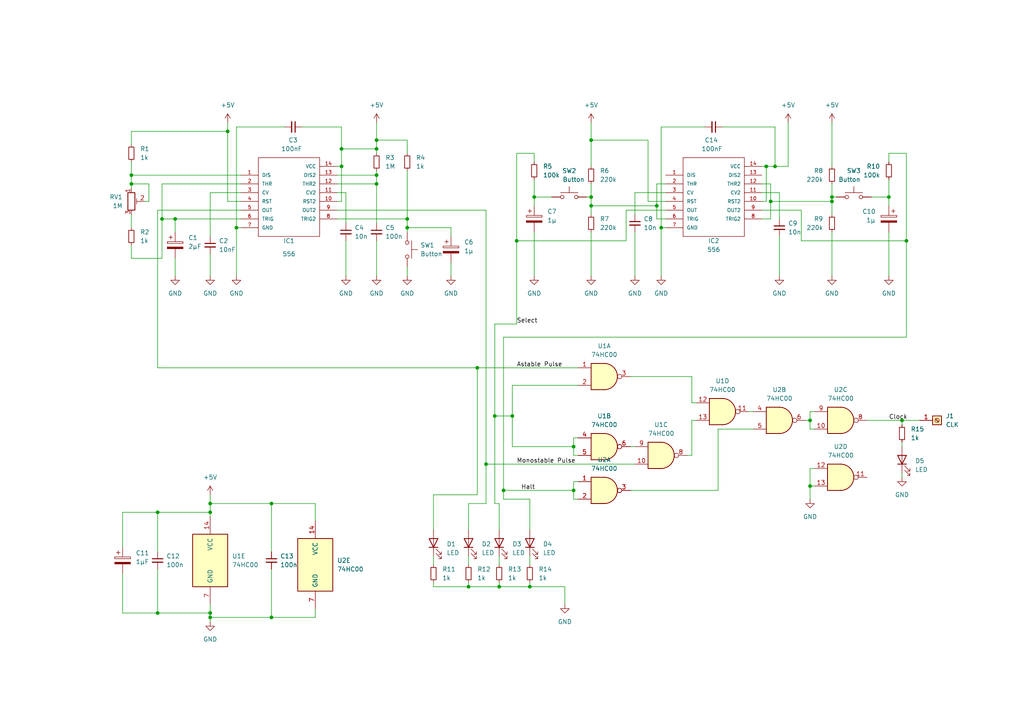
<source format=kicad_sch>
(kicad_sch (version 20211123) (generator eeschema)
  (paper "A4")
  (lib_symbols
    (symbol "74xx:74HC00" (pin_names (offset 1.016))
      (property "Reference" "U" (at 0 1.27 0))
      (property "Value" "74HC00" (at 0 -1.27 0))
      (symbol "74HC00_1_1"
        (arc (start 0 -3.81) (mid 3.81 0) (end 0 3.81) (stroke (width 0.254)) (fill (type background)))
        (polyline (pts (xy 0 3.81) (xy -3.81 3.81) (xy -3.81 -3.81) (xy 0 -3.81)) (stroke (width 0.254)) (fill (type background)))
        (pin input line (at -7.62 2.54 0) (length 3.81) (name "~") (number "1"))
        (pin input line (at -7.62 -2.54 0) (length 3.81) (name "~") (number "2"))
        (pin output inverted (at 7.62 0 180) (length 3.81) (name "~") (number "3"))
      )
      (symbol "74HC00_1_2"
        (arc (start -3.81 -3.81) (mid -2.589 0) (end -3.81 3.81) (stroke (width 0.254)))
        (arc (start -0.6096 -3.81) (mid 2.1842 -2.5851) (end 3.81 0) (stroke (width 0.254)) (fill (type background)))
        (polyline (pts (xy -3.81 -3.81) (xy -0.635 -3.81)) (stroke (width 0.254)) (fill (type background)))
        (polyline (pts (xy -3.81 3.81) (xy -0.635 3.81)) (stroke (width 0.254)) (fill (type background)))
        (polyline (pts (xy -0.635 3.81) (xy -3.81 3.81) (xy -3.81 3.81) (xy -3.556 3.4036) (xy -3.0226 2.2606) (xy -2.6924 1.0414) (xy -2.6162 -0.254) (xy -2.7686 -1.4986) (xy -3.175 -2.7178) (xy -3.81 -3.81) (xy -3.81 -3.81) (xy -0.635 -3.81)) (stroke (width -25.4)) (fill (type background)))
        (arc (start 3.81 0) (mid 2.1915 2.5936) (end -0.6096 3.81) (stroke (width 0.254)) (fill (type background)))
        (pin input inverted (at -7.62 2.54 0) (length 4.318) (name "~") (number "1"))
        (pin input inverted (at -7.62 -2.54 0) (length 4.318) (name "~") (number "2"))
        (pin output line (at 7.62 0 180) (length 3.81) (name "~") (number "3"))
      )
      (symbol "74HC00_2_1"
        (arc (start 0 -3.81) (mid 3.81 0) (end 0 3.81) (stroke (width 0.254)) (fill (type background)))
        (polyline (pts (xy 0 3.81) (xy -3.81 3.81) (xy -3.81 -3.81) (xy 0 -3.81)) (stroke (width 0.254)) (fill (type background)))
        (pin input line (at -7.62 2.54 0) (length 3.81) (name "~") (number "4"))
        (pin input line (at -7.62 -2.54 0) (length 3.81) (name "~") (number "5"))
        (pin output inverted (at 7.62 0 180) (length 3.81) (name "~") (number "6"))
      )
      (symbol "74HC00_2_2"
        (arc (start -3.81 -3.81) (mid -2.589 0) (end -3.81 3.81) (stroke (width 0.254)))
        (arc (start -0.6096 -3.81) (mid 2.1842 -2.5851) (end 3.81 0) (stroke (width 0.254)) (fill (type background)))
        (polyline (pts (xy -3.81 -3.81) (xy -0.635 -3.81)) (stroke (width 0.254)) (fill (type background)))
        (polyline (pts (xy -3.81 3.81) (xy -0.635 3.81)) (stroke (width 0.254)) (fill (type background)))
        (polyline (pts (xy -0.635 3.81) (xy -3.81 3.81) (xy -3.81 3.81) (xy -3.556 3.4036) (xy -3.0226 2.2606) (xy -2.6924 1.0414) (xy -2.6162 -0.254) (xy -2.7686 -1.4986) (xy -3.175 -2.7178) (xy -3.81 -3.81) (xy -3.81 -3.81) (xy -0.635 -3.81)) (stroke (width -25.4)) (fill (type background)))
        (arc (start 3.81 0) (mid 2.1915 2.5936) (end -0.6096 3.81) (stroke (width 0.254)) (fill (type background)))
        (pin input inverted (at -7.62 2.54 0) (length 4.318) (name "~") (number "4"))
        (pin input inverted (at -7.62 -2.54 0) (length 4.318) (name "~") (number "5"))
        (pin output line (at 7.62 0 180) (length 3.81) (name "~") (number "6"))
      )
      (symbol "74HC00_3_1"
        (arc (start 0 -3.81) (mid 3.81 0) (end 0 3.81) (stroke (width 0.254)) (fill (type background)))
        (polyline (pts (xy 0 3.81) (xy -3.81 3.81) (xy -3.81 -3.81) (xy 0 -3.81)) (stroke (width 0.254)) (fill (type background)))
        (pin input line (at -7.62 -2.54 0) (length 3.81) (name "~") (number "10"))
        (pin output inverted (at 7.62 0 180) (length 3.81) (name "~") (number "8"))
        (pin input line (at -7.62 2.54 0) (length 3.81) (name "~") (number "9"))
      )
      (symbol "74HC00_3_2"
        (arc (start -3.81 -3.81) (mid -2.589 0) (end -3.81 3.81) (stroke (width 0.254)))
        (arc (start -0.6096 -3.81) (mid 2.1842 -2.5851) (end 3.81 0) (stroke (width 0.254)) (fill (type background)))
        (polyline (pts (xy -3.81 -3.81) (xy -0.635 -3.81)) (stroke (width 0.254)) (fill (type background)))
        (polyline (pts (xy -3.81 3.81) (xy -0.635 3.81)) (stroke (width 0.254)) (fill (type background)))
        (polyline (pts (xy -0.635 3.81) (xy -3.81 3.81) (xy -3.81 3.81) (xy -3.556 3.4036) (xy -3.0226 2.2606) (xy -2.6924 1.0414) (xy -2.6162 -0.254) (xy -2.7686 -1.4986) (xy -3.175 -2.7178) (xy -3.81 -3.81) (xy -3.81 -3.81) (xy -0.635 -3.81)) (stroke (width -25.4)) (fill (type background)))
        (arc (start 3.81 0) (mid 2.1915 2.5936) (end -0.6096 3.81) (stroke (width 0.254)) (fill (type background)))
        (pin input inverted (at -7.62 -2.54 0) (length 4.318) (name "~") (number "10"))
        (pin output line (at 7.62 0 180) (length 3.81) (name "~") (number "8"))
        (pin input inverted (at -7.62 2.54 0) (length 4.318) (name "~") (number "9"))
      )
      (symbol "74HC00_4_1"
        (arc (start 0 -3.81) (mid 3.81 0) (end 0 3.81) (stroke (width 0.254)) (fill (type background)))
        (polyline (pts (xy 0 3.81) (xy -3.81 3.81) (xy -3.81 -3.81) (xy 0 -3.81)) (stroke (width 0.254)) (fill (type background)))
        (pin output inverted (at 7.62 0 180) (length 3.81) (name "~") (number "11"))
        (pin input line (at -7.62 2.54 0) (length 3.81) (name "~") (number "12"))
        (pin input line (at -7.62 -2.54 0) (length 3.81) (name "~") (number "13"))
      )
      (symbol "74HC00_4_2"
        (arc (start -3.81 -3.81) (mid -2.589 0) (end -3.81 3.81) (stroke (width 0.254)))
        (arc (start -0.6096 -3.81) (mid 2.1842 -2.5851) (end 3.81 0) (stroke (width 0.254)) (fill (type background)))
        (polyline (pts (xy -3.81 -3.81) (xy -0.635 -3.81)) (stroke (width 0.254)) (fill (type background)))
        (polyline (pts (xy -3.81 3.81) (xy -0.635 3.81)) (stroke (width 0.254)) (fill (type background)))
        (polyline (pts (xy -0.635 3.81) (xy -3.81 3.81) (xy -3.81 3.81) (xy -3.556 3.4036) (xy -3.0226 2.2606) (xy -2.6924 1.0414) (xy -2.6162 -0.254) (xy -2.7686 -1.4986) (xy -3.175 -2.7178) (xy -3.81 -3.81) (xy -3.81 -3.81) (xy -0.635 -3.81)) (stroke (width -25.4)) (fill (type background)))
        (arc (start 3.81 0) (mid 2.1915 2.5936) (end -0.6096 3.81) (stroke (width 0.254)) (fill (type background)))
        (pin output line (at 7.62 0 180) (length 3.81) (name "~") (number "11"))
        (pin input inverted (at -7.62 2.54 0) (length 4.318) (name "~") (number "12"))
        (pin input inverted (at -7.62 -2.54 0) (length 4.318) (name "~") (number "13"))
      )
      (symbol "74HC00_5_0"
        (pin power_in line (at 0 12.7 270) (length 5.08) (name "VCC") (number "14"))
        (pin power_in line (at 0 -12.7 90) (length 5.08) (name "GND") (number "7"))
      )
      (symbol "74HC00_5_1"
        (rectangle (start -5.08 7.62) (end 5.08 -7.62) (stroke (width 0.254)) (fill (type background)))
      )
    )
    (symbol "Connector:Screw_Terminal_01x01" (pin_names (offset 1.016) hide)
      (property "Reference" "J" (at 0 2.54 0))
      (property "Value" "Screw_Terminal_01x01" (at 0 -2.54 0))
      (symbol "Screw_Terminal_01x01_1_1"
        (rectangle (start -1.27 1.27) (end 1.27 -1.27) (stroke (width 0.254)) (fill (type background)))
        (polyline (pts (xy -0.5334 0.3302) (xy 0.3302 -0.508)) (stroke (width 0.1524)))
        (polyline (pts (xy -0.3556 0.508) (xy 0.508 -0.3302)) (stroke (width 0.1524)))
        (circle (center 0 0) (radius 0.635) (stroke (width 0.1524)))
        (pin passive line (at -5.08 0 0) (length 3.81) (name "Pin_1") (number "1"))
      )
    )
    (symbol "Device:C_Polarized" (pin_numbers hide) (pin_names (offset 0.254))
      (property "Reference" "C" (at 0.635 2.54 0))
      (property "Value" "C_Polarized" (at 0.635 -2.54 0))
      (symbol "C_Polarized_0_1"
        (rectangle (start -2.286 0.508) (end 2.286 1.016))
        (polyline (pts (xy -1.778 2.286) (xy -0.762 2.286)))
        (polyline (pts (xy -1.27 2.794) (xy -1.27 1.778)))
        (rectangle (start 2.286 -0.508) (end -2.286 -1.016) (fill (type outline)))
      )
      (symbol "C_Polarized_1_1"
        (pin passive line (at 0 3.81 270) (length 2.794) (name "~") (number "1"))
        (pin passive line (at 0 -3.81 90) (length 2.794) (name "~") (number "2"))
      )
    )
    (symbol "Device:C_Small" (pin_numbers hide) (pin_names (offset 0.254) hide)
      (property "Reference" "C" (at 0.254 1.778 0))
      (property "Value" "C_Small" (at 0.254 -2.032 0))
      (symbol "C_Small_0_1"
        (polyline (pts (xy -1.524 -0.508) (xy 1.524 -0.508)) (stroke (width 0.3302)))
        (polyline (pts (xy -1.524 0.508) (xy 1.524 0.508)) (stroke (width 0.3048)))
      )
      (symbol "C_Small_1_1"
        (pin passive line (at 0 2.54 270) (length 2.032) (name "~") (number "1"))
        (pin passive line (at 0 -2.54 90) (length 2.032) (name "~") (number "2"))
      )
    )
    (symbol "Device:LED" (pin_numbers hide) (pin_names (offset 1.016) hide)
      (property "Reference" "D" (at 0 2.54 0))
      (property "Value" "LED" (at 0 -2.54 0))
      (symbol "LED_0_1"
        (polyline (pts (xy -1.27 -1.27) (xy -1.27 1.27)) (stroke (width 0.254)))
        (polyline (pts (xy -1.27 0) (xy 1.27 0)))
        (polyline (pts (xy 1.27 -1.27) (xy 1.27 1.27) (xy -1.27 0) (xy 1.27 -1.27)) (stroke (width 0.254)))
        (polyline (pts (xy -3.048 -0.762) (xy -4.572 -2.286) (xy -3.81 -2.286) (xy -4.572 -2.286) (xy -4.572 -1.524)))
        (polyline (pts (xy -1.778 -0.762) (xy -3.302 -2.286) (xy -2.54 -2.286) (xy -3.302 -2.286) (xy -3.302 -1.524)))
      )
      (symbol "LED_1_1"
        (pin passive line (at -3.81 0 0) (length 2.54) (name "K") (number "1"))
        (pin passive line (at 3.81 0 180) (length 2.54) (name "A") (number "2"))
      )
    )
    (symbol "Device:R_Potentiometer_Trim" (pin_names (offset 1.016) hide)
      (property "Reference" "RV" (at -4.445 0 90))
      (property "Value" "R_Potentiometer_Trim" (at -2.54 0 90))
      (symbol "R_Potentiometer_Trim_0_1"
        (polyline (pts (xy 1.524 0.762) (xy 1.524 -0.762)))
        (polyline (pts (xy 2.54 0) (xy 1.524 0)))
        (rectangle (start 1.016 2.54) (end -1.016 -2.54) (stroke (width 0.254)))
      )
      (symbol "R_Potentiometer_Trim_1_1"
        (pin passive line (at 0 3.81 270) (length 1.27) (name "1") (number "1"))
        (pin passive line (at 3.81 0 180) (length 1.27) (name "2") (number "2"))
        (pin passive line (at 0 -3.81 90) (length 1.27) (name "3") (number "3"))
      )
    )
    (symbol "Device:R_Small" (pin_numbers hide) (pin_names (offset 0.254) hide)
      (property "Reference" "R" (at 0.762 0.508 0))
      (property "Value" "R_Small" (at 0.762 -1.016 0))
      (symbol "R_Small_0_1"
        (rectangle (start -0.762 1.778) (end 0.762 -1.778) (stroke (width 0.2032)))
      )
      (symbol "R_Small_1_1"
        (pin passive line (at 0 2.54 270) (length 0.762) (name "~") (number "1"))
        (pin passive line (at 0 -2.54 90) (length 0.762) (name "~") (number "2"))
      )
    )
    (symbol "SparkFun-AnalogIC:556" (pin_names (offset 1.016))
      (property "Reference" "IC" (at -6.35 10.922 0))
      (property "Value" "556" (at -7.112 -15.24 0))
      (symbol "556_1_0"
        (polyline (pts (xy -7.62 -12.7) (xy 10.16 -12.7)))
        (polyline (pts (xy -7.62 10.16) (xy -7.62 -12.7)))
        (polyline (pts (xy 10.16 -12.7) (xy 10.16 10.16)))
        (polyline (pts (xy 10.16 10.16) (xy -7.62 10.16)))
      )
      (symbol "556_1_1"
        (pin bidirectional line (at -12.7 5.08 0) (length 5.08) (name "DIS") (number "1"))
        (pin bidirectional line (at 15.24 -2.54 180) (length 5.08) (name "RST2") (number "10"))
        (pin bidirectional line (at 15.24 0 180) (length 5.08) (name "CV2") (number "11"))
        (pin bidirectional line (at 15.24 2.54 180) (length 5.08) (name "THR2") (number "12"))
        (pin bidirectional line (at 15.24 5.08 180) (length 5.08) (name "DIS2") (number "13"))
        (pin bidirectional line (at 15.24 7.62 180) (length 5.08) (name "VCC") (number "14"))
        (pin bidirectional line (at -12.7 2.54 0) (length 5.08) (name "THR") (number "2"))
        (pin bidirectional line (at -12.7 0 0) (length 5.08) (name "CV") (number "3"))
        (pin bidirectional line (at -12.7 -2.54 0) (length 5.08) (name "RST") (number "4"))
        (pin bidirectional line (at -12.7 -5.08 0) (length 5.08) (name "OUT") (number "5"))
        (pin bidirectional line (at -12.7 -7.62 0) (length 5.08) (name "TRIG") (number "6"))
        (pin bidirectional line (at -12.7 -10.16 0) (length 5.08) (name "GND") (number "7"))
        (pin bidirectional line (at 15.24 -7.62 180) (length 5.08) (name "TRIG2") (number "8"))
        (pin bidirectional line (at 15.24 -5.08 180) (length 5.08) (name "OUT2") (number "9"))
      )
    )
    (symbol "Switch:SW_Push" (pin_numbers hide) (pin_names (offset 1.016) hide)
      (property "Reference" "SW" (at 1.27 2.54 0))
      (property "Value" "SW_Push" (at 0 -1.524 0))
      (symbol "SW_Push_0_1"
        (circle (center -2.032 0) (radius 0.508))
        (polyline (pts (xy 0 1.27) (xy 0 3.048)))
        (polyline (pts (xy 2.54 1.27) (xy -2.54 1.27)))
        (circle (center 2.032 0) (radius 0.508))
        (pin passive line (at -5.08 0 0) (length 2.54) (name "1") (number "1"))
        (pin passive line (at 5.08 0 180) (length 2.54) (name "2") (number "2"))
      )
    )
    (symbol "power:+5V" (power) (pin_names (offset 0))
      (property "Value" "+5V" (at 0 3.556 0))
      (symbol "+5V_0_1"
        (polyline (pts (xy -0.762 1.27) (xy 0 2.54)))
        (polyline (pts (xy 0 0) (xy 0 2.54)))
        (polyline (pts (xy 0 2.54) (xy 0.762 1.27)))
      )
      (symbol "+5V_1_1"
        (pin power_in line (at 0 0 90) (length 0) hide (name "+5V") (number "1"))
      )
    )
    (symbol "power:GND" (power) (pin_names (offset 0))
      (property "Value" "GND" (at 0 -3.81 0))
      (symbol "GND_0_1"
        (polyline (pts (xy 0 0) (xy 0 -1.27) (xy 1.27 -1.27) (xy 0 -2.54) (xy -1.27 -1.27) (xy 0 -1.27)))
      )
      (symbol "GND_1_1"
        (pin power_in line (at 0 0 270) (length 0) hide (name "GND") (number "1"))
      )
    )
  )
  (junction (at 109.22 40.64))
  (junction (at 224.79 48.26))
  (junction (at 109.22 50.8))
  (junction (at 191.77 66.04))
  (junction (at 99.06 48.26))
  (junction (at 138.43 106.68))
  (junction (at 78.74 179.07))
  (junction (at 190.5 59.69))
  (junction (at 118.11 63.5))
  (junction (at 153.67 170.18))
  (junction (at 166.37 129.54))
  (junction (at 46.99 63.5))
  (junction (at 109.22 53.34))
  (junction (at 234.95 121.92))
  (junction (at 38.1 50.8))
  (junction (at 78.74 146.05))
  (junction (at 171.45 59.69))
  (junction (at 60.96 177.8))
  (junction (at 166.37 142.24))
  (junction (at 68.58 66.04))
  (junction (at 60.96 146.05))
  (junction (at 146.05 142.24))
  (junction (at 140.97 134.62))
  (junction (at 262.89 69.85))
  (junction (at 99.06 43.18))
  (junction (at 50.8 63.5))
  (junction (at 261.62 121.92))
  (junction (at 241.3 58.42))
  (junction (at 257.81 57.15))
  (junction (at 143.51 120.65))
  (junction (at 45.72 148.59))
  (junction (at 45.72 177.8))
  (junction (at 171.45 57.15))
  (junction (at 222.25 48.26))
  (junction (at 234.95 140.97))
  (junction (at 144.78 170.18))
  (junction (at 154.94 57.15))
  (junction (at 241.3 57.15))
  (junction (at 135.89 170.18))
  (junction (at 66.04 38.1))
  (junction (at 171.45 40.64))
  (junction (at 38.1 53.34))
  (junction (at 149.86 69.85))
  (junction (at 109.22 43.18))
  (junction (at 118.11 66.04))
  (junction (at 148.59 120.65))
  (junction (at 223.52 58.42))
  (junction (at 60.96 179.07))
  (junction (at 60.96 148.59))
  (wire (pts (xy 220.98 53.34) (xy 223.52 53.34)))
  (wire (pts (xy 224.79 48.26) (xy 224.79 36.83)))
  (wire (pts (xy 68.58 36.83) (xy 82.55 36.83)))
  (wire (pts (xy 251.46 121.92) (xy 261.62 121.92)))
  (wire (pts (xy 78.74 179.07) (xy 91.44 179.07)))
  (wire (pts (xy 224.79 36.83) (xy 209.55 36.83)))
  (wire (pts (xy 167.64 127) (xy 166.37 127)))
  (wire (pts (xy 118.11 63.5) (xy 118.11 66.04)))
  (wire (pts (xy 262.89 44.45) (xy 257.81 44.45)))
  (wire (pts (xy 35.56 148.59) (xy 35.56 158.75)))
  (wire (pts (xy 109.22 40.64) (xy 118.11 40.64)))
  (wire (pts (xy 109.22 69.85) (xy 109.22 80.01)))
  (wire (pts (xy 166.37 139.7) (xy 167.64 139.7)))
  (wire (pts (xy 97.79 48.26) (xy 99.06 48.26)))
  (wire (pts (xy 154.94 57.15) (xy 154.94 59.69)))
  (wire (pts (xy 153.67 144.78) (xy 153.67 153.67)))
  (wire (pts (xy 242.57 57.15) (xy 241.3 57.15)))
  (wire (pts (xy 166.37 129.54) (xy 166.37 132.08)))
  (wire (pts (xy 138.43 106.68) (xy 167.64 106.68)))
  (wire (pts (xy 241.3 35.56) (xy 241.3 48.26)))
  (wire (pts (xy 166.37 127) (xy 166.37 129.54)))
  (wire (pts (xy 148.59 111.76) (xy 148.59 120.65)))
  (wire (pts (xy 208.28 142.24) (xy 182.88 142.24)))
  (wire (pts (xy 153.67 168.91) (xy 153.67 170.18)))
  (wire (pts (xy 144.78 170.18) (xy 153.67 170.18)))
  (wire (pts (xy 154.94 57.15) (xy 160.02 57.15)))
  (wire (pts (xy 226.06 55.88) (xy 226.06 63.5)))
  (wire (pts (xy 241.3 57.15) (xy 241.3 58.42)))
  (wire (pts (xy 125.73 143.51) (xy 138.43 143.51)))
  (wire (pts (xy 109.22 40.64) (xy 109.22 43.18)))
  (wire (pts (xy 60.96 179.07) (xy 60.96 180.34)))
  (wire (pts (xy 144.78 146.05) (xy 144.78 153.67)))
  (wire (pts (xy 60.96 146.05) (xy 60.96 148.59)))
  (wire (pts (xy 234.95 135.89) (xy 234.95 140.97)))
  (wire (pts (xy 50.8 63.5) (xy 50.8 67.31)))
  (wire (pts (xy 97.79 53.34) (xy 109.22 53.34)))
  (wire (pts (xy 241.3 53.34) (xy 241.3 57.15)))
  (wire (pts (xy 50.8 63.5) (xy 69.85 63.5)))
  (wire (pts (xy 224.79 48.26) (xy 228.6 48.26)))
  (wire (pts (xy 109.22 35.56) (xy 109.22 40.64)))
  (wire (pts (xy 50.8 74.93) (xy 50.8 80.01)))
  (wire (pts (xy 146.05 97.79) (xy 146.05 142.24)))
  (wire (pts (xy 154.94 44.45) (xy 154.94 46.99)))
  (wire (pts (xy 135.89 146.05) (xy 135.89 153.67)))
  (wire (pts (xy 118.11 40.64) (xy 118.11 44.45)))
  (wire (pts (xy 60.96 177.8) (xy 60.96 179.07)))
  (wire (pts (xy 226.06 68.58) (xy 226.06 80.01)))
  (wire (pts (xy 181.61 60.96) (xy 181.61 69.85)))
  (wire (pts (xy 143.51 120.65) (xy 143.51 146.05)))
  (wire (pts (xy 234.95 124.46) (xy 236.22 124.46)))
  (wire (pts (xy 166.37 132.08) (xy 167.64 132.08)))
  (wire (pts (xy 38.1 53.34) (xy 43.18 53.34)))
  (wire (pts (xy 190.5 63.5) (xy 193.04 63.5)))
  (wire (pts (xy 234.95 140.97) (xy 234.95 144.78)))
  (wire (pts (xy 60.96 146.05) (xy 78.74 146.05)))
  (wire (pts (xy 171.45 57.15) (xy 171.45 59.69)))
  (wire (pts (xy 261.62 137.16) (xy 261.62 138.43)))
  (wire (pts (xy 170.18 57.15) (xy 171.45 57.15)))
  (wire (pts (xy 190.5 59.69) (xy 190.5 63.5)))
  (wire (pts (xy 208.28 124.46) (xy 208.28 142.24)))
  (wire (pts (xy 261.62 128.27) (xy 261.62 129.54)))
  (wire (pts (xy 140.97 60.96) (xy 140.97 134.62)))
  (wire (pts (xy 167.64 111.76) (xy 148.59 111.76)))
  (wire (pts (xy 97.79 50.8) (xy 109.22 50.8)))
  (wire (pts (xy 149.86 44.45) (xy 154.94 44.45)))
  (wire (pts (xy 91.44 146.05) (xy 91.44 151.13)))
  (wire (pts (xy 97.79 55.88) (xy 100.33 55.88)))
  (wire (pts (xy 60.96 73.66) (xy 60.96 80.01)))
  (wire (pts (xy 257.81 57.15) (xy 252.73 57.15)))
  (wire (pts (xy 69.85 66.04) (xy 68.58 66.04)))
  (wire (pts (xy 181.61 69.85) (xy 149.86 69.85)))
  (wire (pts (xy 118.11 66.04) (xy 118.11 67.31)))
  (wire (pts (xy 171.45 40.64) (xy 171.45 48.26)))
  (wire (pts (xy 69.85 60.96) (xy 45.72 60.96)))
  (wire (pts (xy 46.99 53.34) (xy 46.99 63.5)))
  (wire (pts (xy 109.22 43.18) (xy 109.22 44.45)))
  (wire (pts (xy 262.89 69.85) (xy 262.89 44.45)))
  (wire (pts (xy 109.22 50.8) (xy 109.22 53.34)))
  (wire (pts (xy 68.58 66.04) (xy 68.58 80.01)))
  (wire (pts (xy 45.72 148.59) (xy 35.56 148.59)))
  (wire (pts (xy 220.98 48.26) (xy 222.25 48.26)))
  (wire (pts (xy 200.66 116.84) (xy 201.93 116.84)))
  (wire (pts (xy 46.99 63.5) (xy 46.99 74.93)))
  (wire (pts (xy 60.96 148.59) (xy 60.96 149.86)))
  (wire (pts (xy 171.45 53.34) (xy 171.45 57.15)))
  (wire (pts (xy 171.45 67.31) (xy 171.45 80.01)))
  (wire (pts (xy 143.51 93.98) (xy 143.51 120.65)))
  (wire (pts (xy 184.15 55.88) (xy 193.04 55.88)))
  (wire (pts (xy 99.06 43.18) (xy 99.06 48.26)))
  (wire (pts (xy 100.33 69.85) (xy 100.33 80.01)))
  (wire (pts (xy 236.22 135.89) (xy 234.95 135.89)))
  (wire (pts (xy 97.79 58.42) (xy 99.06 58.42)))
  (wire (pts (xy 223.52 58.42) (xy 223.52 53.34)))
  (wire (pts (xy 66.04 38.1) (xy 66.04 58.42)))
  (wire (pts (xy 154.94 52.07) (xy 154.94 57.15)))
  (wire (pts (xy 45.72 177.8) (xy 45.72 165.1)))
  (wire (pts (xy 232.41 69.85) (xy 262.89 69.85)))
  (wire (pts (xy 171.45 35.56) (xy 171.45 40.64)))
  (wire (pts (xy 99.06 43.18) (xy 109.22 43.18)))
  (wire (pts (xy 143.51 146.05) (xy 144.78 146.05)))
  (wire (pts (xy 135.89 168.91) (xy 135.89 170.18)))
  (wire (pts (xy 45.72 106.68) (xy 138.43 106.68)))
  (wire (pts (xy 191.77 66.04) (xy 191.77 36.83)))
  (wire (pts (xy 135.89 161.29) (xy 135.89 163.83)))
  (wire (pts (xy 35.56 177.8) (xy 35.56 166.37)))
  (wire (pts (xy 153.67 170.18) (xy 163.83 170.18)))
  (wire (pts (xy 38.1 50.8) (xy 38.1 53.34)))
  (wire (pts (xy 234.95 121.92) (xy 234.95 124.46)))
  (wire (pts (xy 38.1 46.99) (xy 38.1 50.8)))
  (wire (pts (xy 60.96 175.26) (xy 60.96 177.8)))
  (wire (pts (xy 262.89 69.85) (xy 262.89 97.79)))
  (wire (pts (xy 109.22 49.53) (xy 109.22 50.8)))
  (wire (pts (xy 171.45 40.64) (xy 187.96 40.64)))
  (wire (pts (xy 99.06 48.26) (xy 99.06 58.42)))
  (wire (pts (xy 146.05 97.79) (xy 262.89 97.79)))
  (wire (pts (xy 99.06 43.18) (xy 99.06 36.83)))
  (wire (pts (xy 146.05 144.78) (xy 153.67 144.78)))
  (wire (pts (xy 217.17 119.38) (xy 218.44 119.38)))
  (wire (pts (xy 190.5 53.34) (xy 190.5 59.69)))
  (wire (pts (xy 43.18 58.42) (xy 41.91 58.42)))
  (wire (pts (xy 60.96 143.51) (xy 60.96 146.05)))
  (wire (pts (xy 191.77 36.83) (xy 204.47 36.83)))
  (wire (pts (xy 166.37 142.24) (xy 166.37 144.78)))
  (wire (pts (xy 154.94 67.31) (xy 154.94 80.01)))
  (wire (pts (xy 69.85 58.42) (xy 66.04 58.42)))
  (wire (pts (xy 236.22 119.38) (xy 234.95 119.38)))
  (wire (pts (xy 118.11 66.04) (xy 130.81 66.04)))
  (wire (pts (xy 171.45 59.69) (xy 190.5 59.69)))
  (wire (pts (xy 125.73 168.91) (xy 125.73 170.18)))
  (wire (pts (xy 261.62 121.92) (xy 266.7 121.92)))
  (wire (pts (xy 38.1 53.34) (xy 38.1 54.61)))
  (wire (pts (xy 149.86 93.98) (xy 143.51 93.98)))
  (wire (pts (xy 148.59 129.54) (xy 166.37 129.54)))
  (wire (pts (xy 130.81 76.2) (xy 130.81 80.01)))
  (wire (pts (xy 241.3 67.31) (xy 241.3 80.01)))
  (wire (pts (xy 146.05 142.24) (xy 146.05 144.78)))
  (wire (pts (xy 138.43 143.51) (xy 138.43 106.68)))
  (wire (pts (xy 199.39 132.08) (xy 200.66 132.08)))
  (wire (pts (xy 118.11 49.53) (xy 118.11 63.5)))
  (wire (pts (xy 193.04 66.04) (xy 191.77 66.04)))
  (wire (pts (xy 60.96 148.59) (xy 45.72 148.59)))
  (wire (pts (xy 257.81 57.15) (xy 257.81 59.69)))
  (wire (pts (xy 38.1 38.1) (xy 66.04 38.1)))
  (wire (pts (xy 99.06 36.83) (xy 87.63 36.83)))
  (wire (pts (xy 45.72 177.8) (xy 35.56 177.8)))
  (wire (pts (xy 233.68 121.92) (xy 234.95 121.92)))
  (wire (pts (xy 125.73 161.29) (xy 125.73 163.83)))
  (wire (pts (xy 191.77 66.04) (xy 191.77 80.01)))
  (wire (pts (xy 146.05 142.24) (xy 166.37 142.24)))
  (wire (pts (xy 78.74 146.05) (xy 78.74 160.02)))
  (wire (pts (xy 149.86 69.85) (xy 149.86 44.45)))
  (wire (pts (xy 97.79 60.96) (xy 140.97 60.96)))
  (wire (pts (xy 144.78 168.91) (xy 144.78 170.18)))
  (wire (pts (xy 140.97 134.62) (xy 184.15 134.62)))
  (wire (pts (xy 220.98 55.88) (xy 226.06 55.88)))
  (wire (pts (xy 193.04 60.96) (xy 181.61 60.96)))
  (wire (pts (xy 66.04 35.56) (xy 66.04 38.1)))
  (wire (pts (xy 45.72 148.59) (xy 45.72 160.02)))
  (wire (pts (xy 68.58 66.04) (xy 68.58 36.83)))
  (wire (pts (xy 234.95 140.97) (xy 236.22 140.97)))
  (wire (pts (xy 232.41 60.96) (xy 232.41 69.85)))
  (wire (pts (xy 38.1 71.12) (xy 38.1 74.93)))
  (wire (pts (xy 46.99 63.5) (xy 50.8 63.5)))
  (wire (pts (xy 223.52 63.5) (xy 223.52 58.42)))
  (wire (pts (xy 78.74 165.1) (xy 78.74 179.07)))
  (wire (pts (xy 193.04 58.42) (xy 187.96 58.42)))
  (wire (pts (xy 184.15 55.88) (xy 184.15 62.23)))
  (wire (pts (xy 166.37 139.7) (xy 166.37 142.24)))
  (wire (pts (xy 220.98 58.42) (xy 222.25 58.42)))
  (wire (pts (xy 200.66 132.08) (xy 200.66 121.92)))
  (wire (pts (xy 91.44 179.07) (xy 91.44 176.53)))
  (wire (pts (xy 163.83 170.18) (xy 163.83 175.26)))
  (wire (pts (xy 200.66 109.22) (xy 200.66 116.84)))
  (wire (pts (xy 228.6 35.56) (xy 228.6 48.26)))
  (wire (pts (xy 187.96 58.42) (xy 187.96 40.64)))
  (wire (pts (xy 45.72 60.96) (xy 45.72 106.68)))
  (wire (pts (xy 60.96 177.8) (xy 45.72 177.8)))
  (wire (pts (xy 190.5 53.34) (xy 193.04 53.34)))
  (wire (pts (xy 143.51 120.65) (xy 148.59 120.65)))
  (wire (pts (xy 171.45 59.69) (xy 171.45 62.23)))
  (wire (pts (xy 78.74 146.05) (xy 91.44 146.05)))
  (wire (pts (xy 261.62 121.92) (xy 261.62 123.19)))
  (wire (pts (xy 257.81 67.31) (xy 257.81 80.01)))
  (wire (pts (xy 46.99 74.93) (xy 38.1 74.93)))
  (wire (pts (xy 100.33 55.88) (xy 100.33 64.77)))
  (wire (pts (xy 144.78 161.29) (xy 144.78 163.83)))
  (wire (pts (xy 125.73 170.18) (xy 135.89 170.18)))
  (wire (pts (xy 149.86 69.85) (xy 149.86 93.98)))
  (wire (pts (xy 257.81 52.07) (xy 257.81 57.15)))
  (wire (pts (xy 140.97 146.05) (xy 135.89 146.05)))
  (wire (pts (xy 153.67 161.29) (xy 153.67 163.83)))
  (wire (pts (xy 43.18 53.34) (xy 43.18 58.42)))
  (wire (pts (xy 220.98 63.5) (xy 223.52 63.5)))
  (wire (pts (xy 241.3 58.42) (xy 241.3 62.23)))
  (wire (pts (xy 257.81 44.45) (xy 257.81 46.99)))
  (wire (pts (xy 130.81 66.04) (xy 130.81 68.58)))
  (wire (pts (xy 148.59 120.65) (xy 148.59 129.54)))
  (wire (pts (xy 60.96 55.88) (xy 60.96 68.58)))
  (wire (pts (xy 166.37 144.78) (xy 167.64 144.78)))
  (wire (pts (xy 38.1 62.23) (xy 38.1 66.04)))
  (wire (pts (xy 60.96 179.07) (xy 78.74 179.07)))
  (wire (pts (xy 182.88 129.54) (xy 184.15 129.54)))
  (wire (pts (xy 200.66 121.92) (xy 201.93 121.92)))
  (wire (pts (xy 109.22 53.34) (xy 109.22 64.77)))
  (wire (pts (xy 223.52 58.42) (xy 241.3 58.42)))
  (wire (pts (xy 218.44 124.46) (xy 208.28 124.46)))
  (wire (pts (xy 222.25 48.26) (xy 222.25 58.42)))
  (wire (pts (xy 184.15 67.31) (xy 184.15 80.01)))
  (wire (pts (xy 182.88 109.22) (xy 200.66 109.22)))
  (wire (pts (xy 140.97 134.62) (xy 140.97 146.05)))
  (wire (pts (xy 220.98 60.96) (xy 232.41 60.96)))
  (wire (pts (xy 118.11 77.47) (xy 118.11 80.01)))
  (wire (pts (xy 97.79 63.5) (xy 118.11 63.5)))
  (wire (pts (xy 234.95 119.38) (xy 234.95 121.92)))
  (wire (pts (xy 69.85 53.34) (xy 46.99 53.34)))
  (wire (pts (xy 38.1 50.8) (xy 69.85 50.8)))
  (wire (pts (xy 135.89 170.18) (xy 144.78 170.18)))
  (wire (pts (xy 125.73 153.67) (xy 125.73 143.51)))
  (wire (pts (xy 222.25 48.26) (xy 224.79 48.26)))
  (wire (pts (xy 38.1 41.91) (xy 38.1 38.1)))
  (wire (pts (xy 60.96 55.88) (xy 69.85 55.88)))
  (label "Select" (at 149.86 93.98 0))
  (label "Astable Pulse" (at 149.86 106.68 0))
  (label "Clock" (at 257.81 121.92 0))
  (label "Monostable Pulse" (at 149.86 134.62 0))
  (label "Halt" (at 151.13 142.24 0))
  (symbol (lib_id "Device:C_Polarized") (at 130.81 72.39 0) (unit 1)
    (property "Reference" "C6" (at 134.62 70.2309 0) (effects (justify left)))
    (property "Value" "1µ" (at 134.62 72.7709 0) (effects (justify left)))
  )
  (symbol (lib_id "power:GND") (at 109.22 80.01 0) (unit 1)
    (property "Reference" "#PWR07" (effects hide))
    (property "Value" "GND" (at 109.22 85.09 0))
  )
  (symbol (lib_id "Switch:SW_Push") (at 118.11 72.39 270) (unit 1)
    (property "Reference" "SW1" (at 121.92 71.1199 90) (effects (justify left)))
    (property "Value" "Button" (at 121.92 73.6599 90) (effects (justify left)))
  )
  (symbol (lib_id "Device:C_Small") (at 60.96 71.12 0) (unit 1)
    (property "Reference" "C2" (at 63.5 69.8562 0) (effects (justify left)))
    (property "Value" "10nF" (at 63.5 72.3962 0) (effects (justify left)))
  )
  (symbol (lib_id "SparkFun-AnalogIC:556") (at 82.55 55.88 0) (unit 1)
    (property "Reference" "IC1" (at 83.82 69.85 0))
    (property "Value" "556" (at 83.82 73.66 0))
    (property "Footprint" "DIL14" (effects hide))
  )
  (symbol (lib_id "74xx:74HC00") (at 191.77 132.08 0) (unit 3)
    (property "Reference" "U1" (at 191.77 123.19 0))
    (property "Value" "74HC00" (at 191.77 125.73 0))
    (property "Datasheet" "http://www.ti.com/lit/gpn/sn74hc00" (effects hide))
  )
  (symbol (lib_id "74xx:74HC00") (at 60.96 162.56 0) (unit 5)
    (property "Reference" "U1" (at 67.31 161.2899 0) (effects (justify left)))
    (property "Value" "74HC00" (at 67.31 163.8299 0) (effects (justify left)))
    (property "Datasheet" "http://www.ti.com/lit/gpn/sn74hc00" (effects hide))
  )
  (symbol (lib_id "Device:C_Small") (at 85.09 36.83 270) (unit 1)
    (property "Reference" "C3" (at 86.36 40.64 90) (effects (justify right)))
    (property "Value" "100nF" (at 87.63 43.18 90) (effects (justify right)))
  )
  (symbol (lib_id "power:GND") (at 226.06 80.01 0) (unit 1)
    (property "Reference" "#PWR019" (effects hide))
    (property "Value" "GND" (at 226.06 85.09 0))
  )
  (symbol (lib_id "power:GND") (at 163.83 175.26 0) (unit 1)
    (property "Reference" "#PWR012" (effects hide))
    (property "Value" "GND" (at 163.83 180.34 0))
  )
  (symbol (lib_id "Device:C_Small") (at 109.22 67.31 0) (unit 1)
    (property "Reference" "C5" (at 111.76 66.0462 0) (effects (justify left)))
    (property "Value" "100n" (at 111.76 68.5862 0) (effects (justify left)))
  )
  (symbol (lib_id "power:+5V") (at 171.45 35.56 0) (unit 1)
    (property "Reference" "#PWR015" (effects hide))
    (property "Value" "+5V" (at 171.45 30.48 0))
  )
  (symbol (lib_id "Device:R_Small") (at 261.62 125.73 0) (unit 1)
    (property "Reference" "R15" (at 264.16 124.4599 0) (effects (justify left)))
    (property "Value" "1k" (at 264.16 126.9999 0) (effects (justify left)))
  )
  (symbol (lib_id "power:GND") (at 118.11 80.01 0) (unit 1)
    (property "Reference" "#PWR08" (effects hide))
    (property "Value" "GND" (at 118.11 85.09 0))
  )
  (symbol (lib_id "Device:LED") (at 125.73 157.48 90) (unit 1)
    (property "Reference" "D1" (at 129.54 157.7974 90) (effects (justify right)))
    (property "Value" "LED" (at 129.54 160.3374 90) (effects (justify right)))
  )
  (symbol (lib_id "power:+5V") (at 241.3 35.56 0) (mirror y) (unit 1)
    (property "Reference" "#PWR022" (effects hide))
    (property "Value" "+5V" (at 241.3 30.48 0))
  )
  (symbol (lib_id "power:GND") (at 171.45 80.01 0) (unit 1)
    (property "Reference" "#PWR016" (effects hide))
    (property "Value" "GND" (at 171.45 85.09 0))
  )
  (symbol (lib_id "power:+5V") (at 228.6 35.56 0) (unit 1)
    (property "Reference" "#PWR020" (effects hide))
    (property "Value" "+5V" (at 228.6 30.48 0))
  )
  (symbol (lib_id "74xx:74HC00") (at 91.44 163.83 0) (unit 5)
    (property "Reference" "U2" (at 97.79 162.5599 0) (effects (justify left)))
    (property "Value" "74HC00" (at 97.79 165.0999 0) (effects (justify left)))
    (property "Datasheet" "http://www.ti.com/lit/gpn/sn74hc00" (effects hide))
  )
  (symbol (lib_id "Device:R_Small") (at 171.45 64.77 0) (unit 1)
    (property "Reference" "R7" (at 173.99 63.4999 0) (effects (justify left)))
    (property "Value" "220k" (at 173.99 66.0399 0) (effects (justify left)))
  )
  (symbol (lib_id "74xx:74HC00") (at 209.55 119.38 0) (unit 4)
    (property "Reference" "U1" (at 209.55 110.49 0))
    (property "Value" "74HC00" (at 209.55 113.03 0))
    (property "Datasheet" "http://www.ti.com/lit/gpn/sn74hc00" (effects hide))
  )
  (symbol (lib_id "power:GND") (at 50.8 80.01 0) (unit 1)
    (property "Reference" "#PWR01" (effects hide))
    (property "Value" "GND" (at 50.8 85.09 0))
  )
  (symbol (lib_id "Device:LED") (at 144.78 157.48 90) (unit 1)
    (property "Reference" "D3" (at 148.59 157.7974 90) (effects (justify right)))
    (property "Value" "LED" (at 148.59 160.3374 90) (effects (justify right)))
  )
  (symbol (lib_id "Device:R_Small") (at 125.73 166.37 0) (unit 1)
    (property "Reference" "R11" (at 128.27 165.0999 0) (effects (justify left)))
    (property "Value" "1k" (at 128.27 167.6399 0) (effects (justify left)))
  )
  (symbol (lib_id "74xx:74HC00") (at 243.84 138.43 0) (unit 4)
    (property "Reference" "U2" (at 243.84 129.54 0))
    (property "Value" "74HC00" (at 243.84 132.08 0))
    (property "Datasheet" "http://www.ti.com/lit/gpn/sn74hc00" (effects hide))
  )
  (symbol (lib_id "power:GND") (at 241.3 80.01 0) (mirror y) (unit 1)
    (property "Reference" "#PWR023" (effects hide))
    (property "Value" "GND" (at 241.3 85.09 0))
  )
  (symbol (lib_id "power:GND") (at 257.81 80.01 0) (mirror y) (unit 1)
    (property "Reference" "#PWR024" (effects hide))
    (property "Value" "GND" (at 257.81 85.09 0))
  )
  (symbol (lib_id "power:GND") (at 100.33 80.01 0) (unit 1)
    (property "Reference" "#PWR05" (effects hide))
    (property "Value" "GND" (at 100.33 85.09 0))
  )
  (symbol (lib_id "Device:R_Small") (at 118.11 46.99 0) (unit 1)
    (property "Reference" "R4" (at 120.65 45.7199 0) (effects (justify left)))
    (property "Value" "1k" (at 120.65 48.2599 0) (effects (justify left)))
  )
  (symbol (lib_id "Switch:SW_Push") (at 165.1 57.15 0) (unit 1)
    (property "Reference" "SW2" (at 165.1 49.53 0))
    (property "Value" "Button" (at 166.37 52.07 0))
  )
  (symbol (lib_id "Device:C_Polarized") (at 257.81 63.5 0) (mirror y) (unit 1)
    (property "Reference" "C10" (at 254 61.3409 0) (effects (justify left)))
    (property "Value" "1µ" (at 254 63.8809 0) (effects (justify left)))
  )
  (symbol (lib_id "Device:C_Small") (at 226.06 66.04 0) (unit 1)
    (property "Reference" "C9" (at 228.6 64.7762 0) (effects (justify left)))
    (property "Value" "10n" (at 228.6 67.3162 0) (effects (justify left)))
  )
  (symbol (lib_id "power:+5V") (at 66.04 35.56 0) (unit 1)
    (property "Reference" "#PWR03" (effects hide))
    (property "Value" "+5V" (at 66.04 30.48 0))
  )
  (symbol (lib_id "Device:LED") (at 135.89 157.48 90) (unit 1)
    (property "Reference" "D2" (at 139.7 157.7974 90) (effects (justify right)))
    (property "Value" "LED" (at 139.7 160.3374 90) (effects (justify right)))
  )
  (symbol (lib_id "74xx:74HC00") (at 175.26 142.24 0) (unit 1)
    (property "Reference" "U2" (at 175.26 133.35 0))
    (property "Value" "74HC00" (at 175.26 135.89 0))
    (property "Datasheet" "http://www.ti.com/lit/gpn/sn74hc00" (effects hide))
  )
  (symbol (lib_id "SparkFun-AnalogIC:556") (at 205.74 55.88 0) (unit 1)
    (property "Reference" "IC2" (at 207.01 69.85 0))
    (property "Value" "556" (at 207.01 72.39 0))
    (property "Footprint" "DIL14" (effects hide))
  )
  (symbol (lib_id "Device:R_Small") (at 154.94 49.53 0) (unit 1)
    (property "Reference" "R5" (at 157.48 48.2599 0) (effects (justify left)))
    (property "Value" "100k" (at 157.48 50.7999 0) (effects (justify left)))
  )
  (symbol (lib_id "Device:LED") (at 261.62 133.35 90) (unit 1)
    (property "Reference" "D5" (at 265.43 133.6674 90) (effects (justify right)))
    (property "Value" "LED" (at 265.43 136.2074 90) (effects (justify right)))
  )
  (symbol (lib_id "Device:C_Small") (at 184.15 64.77 0) (unit 1)
    (property "Reference" "C8" (at 186.69 63.5062 0) (effects (justify left)))
    (property "Value" "10n" (at 186.69 66.0462 0) (effects (justify left)))
  )
  (symbol (lib_id "Device:LED") (at 153.67 157.48 90) (unit 1)
    (property "Reference" "D4" (at 157.48 157.7974 90) (effects (justify right)))
    (property "Value" "LED" (at 157.48 160.3374 90) (effects (justify right)))
  )
  (symbol (lib_id "power:GND") (at 234.95 144.78 0) (unit 1)
    (property "Reference" "#PWR021" (effects hide))
    (property "Value" "GND" (at 234.95 149.86 0))
  )
  (symbol (lib_id "74xx:74HC00") (at 226.06 121.92 0) (unit 2)
    (property "Reference" "U2" (at 226.06 113.03 0))
    (property "Value" "74HC00" (at 226.06 115.57 0))
    (property "Datasheet" "http://www.ti.com/lit/gpn/sn74hc00" (effects hide))
  )
  (symbol (lib_id "74xx:74HC00") (at 243.84 121.92 0) (unit 3)
    (property "Reference" "U2" (at 243.84 113.03 0))
    (property "Value" "74HC00" (at 243.84 115.57 0))
    (property "Datasheet" "http://www.ti.com/lit/gpn/sn74hc00" (effects hide))
  )
  (symbol (lib_id "Device:R_Small") (at 38.1 44.45 0) (unit 1)
    (property "Reference" "R1" (at 40.64 43.1799 0) (effects (justify left)))
    (property "Value" "1k" (at 40.64 45.7199 0) (effects (justify left)))
  )
  (symbol (lib_id "Device:R_Small") (at 38.1 68.58 0) (unit 1)
    (property "Reference" "R2" (at 40.64 67.3099 0) (effects (justify left)))
    (property "Value" "1k" (at 40.64 69.8499 0) (effects (justify left)))
  )
  (symbol (lib_id "Device:R_Small") (at 153.67 166.37 0) (unit 1)
    (property "Reference" "R14" (at 156.21 165.0999 0) (effects (justify left)))
    (property "Value" "1k" (at 156.21 167.6399 0) (effects (justify left)))
  )
  (symbol (lib_id "74xx:74HC00") (at 175.26 109.22 0) (unit 1)
    (property "Reference" "U1" (at 175.26 100.33 0))
    (property "Value" "74HC00" (at 175.26 102.87 0))
    (property "Datasheet" "http://www.ti.com/lit/gpn/sn74hc00" (effects hide))
  )
  (symbol (lib_id "Device:C_Polarized") (at 50.8 71.12 0) (unit 1)
    (property "Reference" "C1" (at 54.61 68.9609 0) (effects (justify left)))
    (property "Value" "2µF" (at 54.61 71.5009 0) (effects (justify left)))
  )
  (symbol (lib_id "Device:R_Potentiometer_Trim") (at 38.1 58.42 0) (unit 1)
    (property "Reference" "RV1" (at 35.56 57.1499 0) (effects (justify right)))
    (property "Value" "1M" (at 35.56 59.6899 0) (effects (justify right)))
  )
  (symbol (lib_id "Device:R_Small") (at 135.89 166.37 0) (unit 1)
    (property "Reference" "R12" (at 138.43 165.0999 0) (effects (justify left)))
    (property "Value" "1k" (at 138.43 167.6399 0) (effects (justify left)))
  )
  (symbol (lib_id "Device:R_Small") (at 171.45 50.8 0) (unit 1)
    (property "Reference" "R6" (at 173.99 49.5299 0) (effects (justify left)))
    (property "Value" "220k" (at 173.99 52.0699 0) (effects (justify left)))
  )
  (symbol (lib_id "Device:C_Small") (at 45.72 162.56 0) (unit 1)
    (property "Reference" "C12" (at 48.26 161.2962 0) (effects (justify left)))
    (property "Value" "100n" (at 48.26 163.8362 0) (effects (justify left)))
  )
  (symbol (lib_id "power:GND") (at 60.96 180.34 0) (unit 1)
    (property "Reference" "#PWR010" (effects hide))
    (property "Value" "GND" (at 60.96 185.42 0))
  )
  (symbol (lib_id "Switch:SW_Push") (at 247.65 57.15 0) (mirror y) (unit 1)
    (property "Reference" "SW3" (at 247.65 49.53 0))
    (property "Value" "Button" (at 246.38 52.07 0))
  )
  (symbol (lib_id "Device:R_Small") (at 257.81 49.53 0) (mirror y) (unit 1)
    (property "Reference" "R10" (at 255.27 48.2599 0) (effects (justify left)))
    (property "Value" "100k" (at 255.27 50.7999 0) (effects (justify left)))
  )
  (symbol (lib_id "power:GND") (at 184.15 80.01 0) (unit 1)
    (property "Reference" "#PWR017" (effects hide))
    (property "Value" "GND" (at 184.15 85.09 0))
  )
  (symbol (lib_id "Device:C_Polarized") (at 154.94 63.5 0) (unit 1)
    (property "Reference" "C7" (at 158.75 61.3409 0) (effects (justify left)))
    (property "Value" "1µ" (at 158.75 63.8809 0) (effects (justify left)))
  )
  (symbol (lib_id "Device:C_Small") (at 100.33 67.31 0) (unit 1)
    (property "Reference" "C4" (at 102.87 66.0462 0) (effects (justify left)))
    (property "Value" "10n" (at 102.87 68.5862 0) (effects (justify left)))
  )
  (symbol (lib_id "power:+5V") (at 60.96 143.51 0) (mirror y) (unit 1)
    (property "Reference" "#PWR09" (effects hide))
    (property "Value" "+5V" (at 60.96 138.43 0))
  )
  (symbol (lib_id "power:GND") (at 60.96 80.01 0) (unit 1)
    (property "Reference" "#PWR02" (effects hide))
    (property "Value" "GND" (at 60.96 85.09 0))
  )
  (symbol (lib_id "power:GND") (at 154.94 80.01 0) (unit 1)
    (property "Reference" "#PWR014" (effects hide))
    (property "Value" "GND" (at 154.94 85.09 0))
  )
  (symbol (lib_id "power:GND") (at 68.58 80.01 0) (unit 1)
    (property "Reference" "#PWR04" (effects hide))
    (property "Value" "GND" (at 68.58 85.09 0))
  )
  (symbol (lib_id "Device:C_Small") (at 78.74 162.56 0) (unit 1)
    (property "Reference" "C13" (at 81.28 161.2962 0) (effects (justify left)))
    (property "Value" "100n" (at 81.28 163.8362 0) (effects (justify left)))
  )
  (symbol (lib_id "power:GND") (at 130.81 80.01 0) (unit 1)
    (property "Reference" "#PWR011" (effects hide))
    (property "Value" "GND" (at 130.81 85.09 0))
  )
  (symbol (lib_id "Device:R_Small") (at 144.78 166.37 0) (unit 1)
    (property "Reference" "R13" (at 147.32 165.0999 0) (effects (justify left)))
    (property "Value" "1k" (at 147.32 167.6399 0) (effects (justify left)))
  )
  (symbol (lib_id "power:+5V") (at 109.22 35.56 0) (unit 1)
    (property "Reference" "#PWR06" (effects hide))
    (property "Value" "+5V" (at 109.22 30.48 0))
  )
  (symbol (lib_id "Device:R_Small") (at 241.3 64.77 0) (mirror y) (unit 1)
    (property "Reference" "R9" (at 238.76 63.4999 0) (effects (justify left)))
    (property "Value" "220k" (at 238.76 66.0399 0) (effects (justify left)))
  )
  (symbol (lib_id "power:GND") (at 261.62 138.43 0) (unit 1)
    (property "Reference" "#PWR013" (effects hide))
    (property "Value" "GND" (at 261.62 143.51 0))
  )
  (symbol (lib_id "74xx:74HC00") (at 175.26 129.54 0) (unit 2)
    (property "Reference" "U1" (at 175.26 120.65 0))
    (property "Value" "74HC00" (at 175.26 123.19 0))
    (property "Datasheet" "http://www.ti.com/lit/gpn/sn74hc00" (effects hide))
  )
  (symbol (lib_id "Device:C_Polarized") (at 35.56 162.56 0) (unit 1)
    (property "Reference" "C11" (at 39.37 160.4009 0) (effects (justify left)))
    (property "Value" "1µF" (at 39.37 162.9409 0) (effects (justify left)))
  )
  (symbol (lib_id "Connector:Screw_Terminal_01x01") (at 271.78 121.92 0) (unit 1)
    (property "Reference" "J1" (at 274.32 120.6499 0) (effects (justify left)))
    (property "Value" "CLK" (at 274.32 123.1899 0) (effects (justify left)))
  )
  (symbol (lib_id "Device:R_Small") (at 241.3 50.8 0) (mirror y) (unit 1)
    (property "Reference" "R8" (at 238.76 49.5299 0) (effects (justify left)))
    (property "Value" "220k" (at 238.76 52.0699 0) (effects (justify left)))
  )
  (symbol (lib_id "Device:C_Small") (at 207.01 36.83 270) (unit 1)
    (property "Reference" "C14" (at 208.28 40.64 90) (effects (justify right)))
    (property "Value" "100nF" (at 209.55 43.18 90) (effects (justify right)))
  )
  (symbol (lib_id "power:GND") (at 191.77 80.01 0) (unit 1)
    (property "Reference" "#PWR018" (effects hide))
    (property "Value" "GND" (at 191.77 85.09 0))
  )
  (symbol (lib_id "Device:R_Small") (at 109.22 46.99 180) (unit 1)
    (property "Reference" "R3" (at 111.76 45.7199 0) (effects (justify right)))
    (property "Value" "1M" (at 111.76 48.2599 0) (effects (justify right)))
  )
)
</source>
